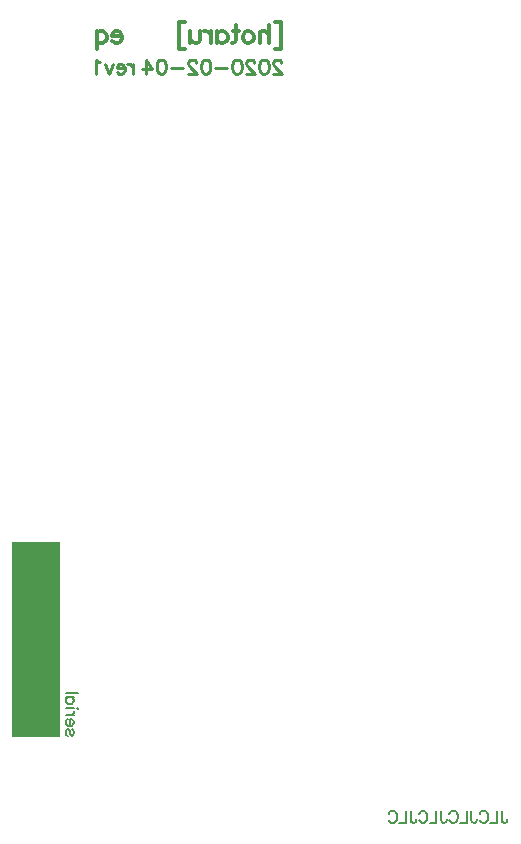
<source format=gbo>
%FSLAX46Y46*%
%MOMM*%
%ADD10C,0.200000*%
%ADD11C,0.250000*%
%ADD12C,0.300000*%
G01*
%LPD*%
G36*
X-27000000Y13500000D02*
X-27000000Y30000000D01*
X-23000000Y30000000D01*
X-23000000Y13500000D01*
X-27000000Y13500000D01*
D02*
G37*
G01*
%LPD*%
D10*
X14428571Y6511905D02*
X14428571Y7273809D01*
D10*
X14476190Y6369047D02*
X14428571Y6511905D01*
D10*
X14523810Y6321428D02*
X14476190Y6369047D01*
D10*
X14619048Y6273809D02*
X14523810Y6321428D01*
D10*
X14714286Y6273809D02*
X14619048Y6273809D01*
D10*
X14809524Y6321428D02*
X14714286Y6273809D01*
D10*
X14857143Y6369047D02*
X14809524Y6321428D01*
D10*
X14904762Y6511905D02*
X14857143Y6369047D01*
D10*
X14904762Y6607143D02*
X14904762Y6511905D01*
D10*
X14047619Y6273809D02*
X14047619Y7273809D01*
D10*
X13476190Y6273809D02*
X14047619Y6273809D01*
D10*
X12619048Y7130952D02*
X12571428Y7035714D01*
D10*
X12714286Y7226190D02*
X12619048Y7130952D01*
D10*
X12809524Y7273809D02*
X12714286Y7226190D01*
D10*
X13000000Y7273809D02*
X12809524Y7273809D01*
D10*
X13095238Y7226190D02*
X13000000Y7273809D01*
D10*
X13190476Y7130952D02*
X13095238Y7226190D01*
D10*
X13238095Y7035714D02*
X13190476Y7130952D01*
D10*
X13285714Y6892857D02*
X13238095Y7035714D01*
D10*
X13285714Y6654762D02*
X13285714Y6892857D01*
D10*
X13238095Y6511905D02*
X13285714Y6654762D01*
D10*
X13190476Y6416666D02*
X13238095Y6511905D01*
D10*
X13095238Y6321428D02*
X13190476Y6416666D01*
D10*
X13000000Y6273809D02*
X13095238Y6321428D01*
D10*
X12809524Y6273809D02*
X13000000Y6273809D01*
D10*
X12714286Y6321428D02*
X12809524Y6273809D01*
D10*
X12619048Y6416666D02*
X12714286Y6321428D01*
D10*
X12571428Y6511905D02*
X12619048Y6416666D01*
D10*
X11857143Y6511905D02*
X11857143Y7273809D01*
D10*
X11904762Y6369047D02*
X11857143Y6511905D01*
D10*
X11952381Y6321428D02*
X11904762Y6369047D01*
D10*
X12047619Y6273809D02*
X11952381Y6321428D01*
D10*
X12142857Y6273809D02*
X12047619Y6273809D01*
D10*
X12238095Y6321428D02*
X12142857Y6273809D01*
D10*
X12285714Y6369047D02*
X12238095Y6321428D01*
D10*
X12333334Y6511905D02*
X12285714Y6369047D01*
D10*
X12333334Y6607143D02*
X12333334Y6511905D01*
D10*
X11476190Y6273809D02*
X11476190Y7273809D01*
D10*
X10904762Y6273809D02*
X11476190Y6273809D01*
D10*
X10047619Y7130952D02*
X10000000Y7035714D01*
D10*
X10142857Y7226190D02*
X10047619Y7130952D01*
D10*
X10238096Y7273809D02*
X10142857Y7226190D01*
D10*
X10428572Y7273809D02*
X10238096Y7273809D01*
D10*
X10523810Y7226190D02*
X10428572Y7273809D01*
D10*
X10619048Y7130952D02*
X10523810Y7226190D01*
D10*
X10666666Y7035714D02*
X10619048Y7130952D01*
D10*
X10714286Y6892857D02*
X10666666Y7035714D01*
D10*
X10714286Y6654762D02*
X10714286Y6892857D01*
D10*
X10666666Y6511905D02*
X10714286Y6654762D01*
D10*
X10619048Y6416666D02*
X10666666Y6511905D01*
D10*
X10523810Y6321428D02*
X10619048Y6416666D01*
D10*
X10428572Y6273809D02*
X10523810Y6321428D01*
D10*
X10238096Y6273809D02*
X10428572Y6273809D01*
D10*
X10142857Y6321428D02*
X10238096Y6273809D01*
D10*
X10047619Y6416666D02*
X10142857Y6321428D01*
D10*
X10000000Y6511905D02*
X10047619Y6416666D01*
D10*
X9285714Y6511905D02*
X9285714Y7273809D01*
D10*
X9333334Y6369047D02*
X9285714Y6511905D01*
D10*
X9380952Y6321428D02*
X9333334Y6369047D01*
D10*
X9476190Y6273809D02*
X9380952Y6321428D01*
D10*
X9571428Y6273809D02*
X9476190Y6273809D01*
D10*
X9666667Y6321428D02*
X9571428Y6273809D01*
D10*
X9714286Y6369047D02*
X9666667Y6321428D01*
D10*
X9761905Y6511905D02*
X9714286Y6369047D01*
D10*
X9761905Y6607143D02*
X9761905Y6511905D01*
D10*
X8904762Y6273809D02*
X8904762Y7273809D01*
D10*
X8333333Y6273809D02*
X8904762Y6273809D01*
D10*
X7476190Y7130952D02*
X7428571Y7035714D01*
D10*
X7571428Y7226190D02*
X7476190Y7130952D01*
D10*
X7666667Y7273809D02*
X7571428Y7226190D01*
D10*
X7857143Y7273809D02*
X7666667Y7273809D01*
D10*
X7952381Y7226190D02*
X7857143Y7273809D01*
D10*
X8047619Y7130952D02*
X7952381Y7226190D01*
D10*
X8095238Y7035714D02*
X8047619Y7130952D01*
D10*
X8142857Y6892857D02*
X8095238Y7035714D01*
D10*
X8142857Y6654762D02*
X8142857Y6892857D01*
D10*
X8095238Y6511905D02*
X8142857Y6654762D01*
D10*
X8047619Y6416666D02*
X8095238Y6511905D01*
D10*
X7952381Y6321428D02*
X8047619Y6416666D01*
D10*
X7857143Y6273809D02*
X7952381Y6321428D01*
D10*
X7666667Y6273809D02*
X7857143Y6273809D01*
D10*
X7571428Y6321428D02*
X7666667Y6273809D01*
D10*
X7476190Y6416666D02*
X7571428Y6321428D01*
D10*
X7428571Y6511905D02*
X7476190Y6416666D01*
D10*
X6714286Y6511905D02*
X6714286Y7273809D01*
D10*
X6761905Y6369047D02*
X6714286Y6511905D01*
D10*
X6809524Y6321428D02*
X6761905Y6369047D01*
D10*
X6904762Y6273809D02*
X6809524Y6321428D01*
D10*
X7000000Y6273809D02*
X6904762Y6273809D01*
D10*
X7095238Y6321428D02*
X7000000Y6273809D01*
D10*
X7142857Y6369047D02*
X7095238Y6321428D01*
D10*
X7190476Y6511905D02*
X7142857Y6369047D01*
D10*
X7190476Y6607143D02*
X7190476Y6511905D01*
D10*
X6333333Y6273809D02*
X6333333Y7273809D01*
D10*
X5761905Y6273809D02*
X6333333Y6273809D01*
D10*
X4904762Y7130952D02*
X4857143Y7035714D01*
D10*
X5000000Y7226190D02*
X4904762Y7130952D01*
D10*
X5095238Y7273809D02*
X5000000Y7226190D01*
D10*
X5285714Y7273809D02*
X5095238Y7273809D01*
D10*
X5380953Y7226190D02*
X5285714Y7273809D01*
D10*
X5476191Y7130952D02*
X5380953Y7226190D01*
D10*
X5523810Y7035714D02*
X5476191Y7130952D01*
D10*
X5571429Y6892857D02*
X5523810Y7035714D01*
D10*
X5571429Y6654762D02*
X5571429Y6892857D01*
D10*
X5523810Y6511905D02*
X5571429Y6654762D01*
D10*
X5476191Y6416666D02*
X5523810Y6511905D01*
D10*
X5380953Y6321428D02*
X5476191Y6416666D01*
D10*
X5285714Y6273809D02*
X5380953Y6321428D01*
D10*
X5095238Y6273809D02*
X5285714Y6273809D01*
D10*
X5000000Y6321428D02*
X5095238Y6273809D01*
D10*
X4904762Y6416666D02*
X5000000Y6321428D01*
D10*
X4857143Y6511905D02*
X4904762Y6416666D01*
D11*
X-4228571Y70650000D02*
X-4228571Y70592856D01*
D11*
X-4285714Y70764288D02*
X-4228571Y70650000D01*
D11*
X-4342857Y70821432D02*
X-4285714Y70764288D01*
D11*
X-4457143Y70878568D02*
X-4342857Y70821432D01*
D11*
X-4685714Y70878568D02*
X-4457143Y70878568D01*
D11*
X-4800000Y70821432D02*
X-4685714Y70878568D01*
D11*
X-4857143Y70764288D02*
X-4800000Y70821432D01*
D11*
X-4914285Y70650000D02*
X-4857143Y70764288D01*
D11*
X-4914285Y70535712D02*
X-4914285Y70650000D01*
D11*
X-4857143Y70421432D02*
X-4914285Y70535712D01*
D11*
X-4742857Y70250000D02*
X-4857143Y70421432D01*
D11*
X-4171428Y69678568D02*
X-4742857Y70250000D01*
D11*
X-4971428Y69678568D02*
X-4171428Y69678568D01*
D11*
X-5485714Y70821432D02*
X-5657143Y70878568D01*
D11*
X-5371428Y70650000D02*
X-5485714Y70821432D01*
D11*
X-5314285Y70364288D02*
X-5371428Y70650000D01*
D11*
X-5314285Y70192856D02*
X-5314285Y70364288D01*
D11*
X-5371428Y69907144D02*
X-5314285Y70192856D01*
D11*
X-5485714Y69735712D02*
X-5371428Y69907144D01*
D11*
X-5657143Y69678568D02*
X-5485714Y69735712D01*
D11*
X-5771428Y69678568D02*
X-5657143Y69678568D01*
D11*
X-5942857Y69735712D02*
X-5771428Y69678568D01*
D11*
X-6057143Y69907144D02*
X-5942857Y69735712D01*
D11*
X-6114286Y70192856D02*
X-6057143Y69907144D01*
D11*
X-6114286Y70364288D02*
X-6114286Y70192856D01*
D11*
X-6057143Y70650000D02*
X-6114286Y70364288D01*
D11*
X-5942857Y70821432D02*
X-6057143Y70650000D01*
D11*
X-5771428Y70878568D02*
X-5942857Y70821432D01*
D11*
X-5657143Y70878568D02*
X-5771428Y70878568D01*
D11*
X-6514286Y70650000D02*
X-6514286Y70592856D01*
D11*
X-6571428Y70764288D02*
X-6514286Y70650000D01*
D11*
X-6628571Y70821432D02*
X-6571428Y70764288D01*
D11*
X-6742857Y70878568D02*
X-6628571Y70821432D01*
D11*
X-6971428Y70878568D02*
X-6742857Y70878568D01*
D11*
X-7085714Y70821432D02*
X-6971428Y70878568D01*
D11*
X-7142857Y70764288D02*
X-7085714Y70821432D01*
D11*
X-7200000Y70650000D02*
X-7142857Y70764288D01*
D11*
X-7200000Y70535712D02*
X-7200000Y70650000D01*
D11*
X-7142857Y70421432D02*
X-7200000Y70535712D01*
D11*
X-7028571Y70250000D02*
X-7142857Y70421432D01*
D11*
X-6457143Y69678568D02*
X-7028571Y70250000D01*
D11*
X-7257143Y69678568D02*
X-6457143Y69678568D01*
D11*
X-7771428Y70821432D02*
X-7942857Y70878568D01*
D11*
X-7657143Y70650000D02*
X-7771428Y70821432D01*
D11*
X-7600000Y70364288D02*
X-7657143Y70650000D01*
D11*
X-7600000Y70192856D02*
X-7600000Y70364288D01*
D11*
X-7657143Y69907144D02*
X-7600000Y70192856D01*
D11*
X-7771428Y69735712D02*
X-7657143Y69907144D01*
D11*
X-7942857Y69678568D02*
X-7771428Y69735712D01*
D11*
X-8057143Y69678568D02*
X-7942857Y69678568D01*
D11*
X-8228571Y69735712D02*
X-8057143Y69678568D01*
D11*
X-8342857Y69907144D02*
X-8228571Y69735712D01*
D11*
X-8400000Y70192856D02*
X-8342857Y69907144D01*
D11*
X-8400000Y70364288D02*
X-8400000Y70192856D01*
D11*
X-8342857Y70650000D02*
X-8400000Y70364288D01*
D11*
X-8228571Y70821432D02*
X-8342857Y70650000D01*
D11*
X-8057143Y70878568D02*
X-8228571Y70821432D01*
D11*
X-7942857Y70878568D02*
X-8057143Y70878568D01*
D11*
X-9828572Y70192856D02*
X-8800000Y70192856D01*
D11*
X-10400000Y70821432D02*
X-10571428Y70878568D01*
D11*
X-10285714Y70650000D02*
X-10400000Y70821432D01*
D11*
X-10228571Y70364288D02*
X-10285714Y70650000D01*
D11*
X-10228571Y70192856D02*
X-10228571Y70364288D01*
D11*
X-10285714Y69907144D02*
X-10228571Y70192856D01*
D11*
X-10400000Y69735712D02*
X-10285714Y69907144D01*
D11*
X-10571428Y69678568D02*
X-10400000Y69735712D01*
D11*
X-10685714Y69678568D02*
X-10571428Y69678568D01*
D11*
X-10857142Y69735712D02*
X-10685714Y69678568D01*
D11*
X-10971428Y69907144D02*
X-10857142Y69735712D01*
D11*
X-11028571Y70192856D02*
X-10971428Y69907144D01*
D11*
X-11028571Y70364288D02*
X-11028571Y70192856D01*
D11*
X-10971428Y70650000D02*
X-11028571Y70364288D01*
D11*
X-10857142Y70821432D02*
X-10971428Y70650000D01*
D11*
X-10685714Y70878568D02*
X-10857142Y70821432D01*
D11*
X-10571428Y70878568D02*
X-10685714Y70878568D01*
D11*
X-11428571Y70650000D02*
X-11428571Y70592856D01*
D11*
X-11485714Y70764288D02*
X-11428571Y70650000D01*
D11*
X-11542857Y70821432D02*
X-11485714Y70764288D01*
D11*
X-11657142Y70878568D02*
X-11542857Y70821432D01*
D11*
X-11885714Y70878568D02*
X-11657142Y70878568D01*
D11*
X-12000000Y70821432D02*
X-11885714Y70878568D01*
D11*
X-12057142Y70764288D02*
X-12000000Y70821432D01*
D11*
X-12114286Y70650000D02*
X-12057142Y70764288D01*
D11*
X-12114286Y70535712D02*
X-12114286Y70650000D01*
D11*
X-12057142Y70421432D02*
X-12114286Y70535712D01*
D11*
X-11942857Y70250000D02*
X-12057142Y70421432D01*
D11*
X-11371428Y69678568D02*
X-11942857Y70250000D01*
D11*
X-12171428Y69678568D02*
X-11371428Y69678568D01*
D11*
X-13600000Y70192856D02*
X-12571428Y70192856D01*
D11*
X-14171428Y70821432D02*
X-14342857Y70878568D01*
D11*
X-14057143Y70650000D02*
X-14171428Y70821432D01*
D11*
X-14000000Y70364288D02*
X-14057143Y70650000D01*
D11*
X-14000000Y70192856D02*
X-14000000Y70364288D01*
D11*
X-14057143Y69907144D02*
X-14000000Y70192856D01*
D11*
X-14171428Y69735712D02*
X-14057143Y69907144D01*
D11*
X-14342857Y69678568D02*
X-14171428Y69735712D01*
D11*
X-14457143Y69678568D02*
X-14342857Y69678568D01*
D11*
X-14628571Y69735712D02*
X-14457143Y69678568D01*
D11*
X-14742857Y69907144D02*
X-14628571Y69735712D01*
D11*
X-14800000Y70192856D02*
X-14742857Y69907144D01*
D11*
X-14800000Y70364288D02*
X-14800000Y70192856D01*
D11*
X-14742857Y70650000D02*
X-14800000Y70364288D01*
D11*
X-14628571Y70821432D02*
X-14742857Y70650000D01*
D11*
X-14457143Y70878568D02*
X-14628571Y70821432D01*
D11*
X-14342857Y70878568D02*
X-14457143Y70878568D01*
D11*
X-15142857Y70078568D02*
X-15714285Y70878568D01*
D11*
X-16000000Y70078568D02*
X-15142857Y70078568D01*
D11*
X-15714285Y69678568D02*
X-15714285Y70878568D01*
D11*
X-16800000Y69678568D02*
X-16800000Y70478568D01*
D11*
X-16857142Y70307144D02*
X-16800000Y70135712D01*
D11*
X-16971428Y70421432D02*
X-16857142Y70307144D01*
D11*
X-17085714Y70478568D02*
X-16971428Y70421432D01*
D11*
X-17257142Y70478568D02*
X-17085714Y70478568D01*
D11*
X-18171428Y70135712D02*
X-17485714Y70135712D01*
D11*
X-18171428Y70250000D02*
X-18171428Y70135712D01*
D11*
X-18114284Y70364288D02*
X-18171428Y70250000D01*
D11*
X-18057142Y70421432D02*
X-18114284Y70364288D01*
D11*
X-17942856Y70478568D02*
X-18057142Y70421432D01*
D11*
X-17771428Y70478568D02*
X-17942856Y70478568D01*
D11*
X-17657142Y70421432D02*
X-17771428Y70478568D01*
D11*
X-17542856Y70307144D02*
X-17657142Y70421432D01*
D11*
X-17485714Y70135712D02*
X-17542856Y70307144D01*
D11*
X-17485714Y70021432D02*
X-17485714Y70135712D01*
D11*
X-17542856Y69850000D02*
X-17485714Y70021432D01*
D11*
X-17657142Y69735712D02*
X-17542856Y69850000D01*
D11*
X-17771428Y69678568D02*
X-17657142Y69735712D01*
D11*
X-17942856Y69678568D02*
X-17771428Y69678568D01*
D11*
X-18057142Y69735712D02*
X-17942856Y69678568D01*
D11*
X-18171428Y69850000D02*
X-18057142Y69735712D01*
D11*
X-18800000Y69678568D02*
X-18457142Y70478568D01*
D11*
X-18800000Y69678568D02*
X-19142856Y70478568D01*
D11*
X-19714284Y70707144D02*
X-19600000Y70650000D01*
D11*
X-19885714Y70878568D02*
X-19714284Y70707144D01*
D11*
X-19885714Y69678568D02*
X-19885714Y70878568D01*
D12*
X-4285714Y71785712D02*
X-4285714Y74071432D01*
D12*
X-4785714Y74071432D02*
X-4285714Y74071432D01*
D12*
X-4785714Y71785712D02*
X-4285714Y71785712D01*
D12*
X-5285714Y72285712D02*
X-5285714Y73785712D01*
D12*
X-5500000Y73214288D02*
X-5285714Y73000000D01*
D12*
X-5642857Y73285712D02*
X-5500000Y73214288D01*
D12*
X-5857143Y73285712D02*
X-5642857Y73285712D01*
D12*
X-6000000Y73214288D02*
X-5857143Y73285712D01*
D12*
X-6071428Y73000000D02*
X-6000000Y73214288D01*
D12*
X-6071428Y72285712D02*
X-6071428Y73000000D01*
D12*
X-6785714Y73214288D02*
X-6928571Y73285712D01*
D12*
X-6642857Y73071432D02*
X-6785714Y73214288D01*
D12*
X-6571428Y72857144D02*
X-6642857Y73071432D01*
D12*
X-6571428Y72714288D02*
X-6571428Y72857144D01*
D12*
X-6642857Y72500000D02*
X-6571428Y72714288D01*
D12*
X-6785714Y72357144D02*
X-6642857Y72500000D01*
D12*
X-6928571Y72285712D02*
X-6785714Y72357144D01*
D12*
X-7142857Y72285712D02*
X-6928571Y72285712D01*
D12*
X-7285714Y72357144D02*
X-7142857Y72285712D01*
D12*
X-7428571Y72500000D02*
X-7285714Y72357144D01*
D12*
X-7500000Y72714288D02*
X-7428571Y72500000D01*
D12*
X-7500000Y72857144D02*
X-7500000Y72714288D01*
D12*
X-7428571Y73071432D02*
X-7500000Y72857144D01*
D12*
X-7285714Y73214288D02*
X-7428571Y73071432D01*
D12*
X-7142857Y73285712D02*
X-7285714Y73214288D01*
D12*
X-6928571Y73285712D02*
X-7142857Y73285712D01*
D12*
X-8071428Y72571432D02*
X-8071428Y73785712D01*
D12*
X-8142857Y72357144D02*
X-8071428Y72571432D01*
D12*
X-8285714Y72285712D02*
X-8142857Y72357144D01*
D12*
X-8428572Y72285712D02*
X-8285714Y72285712D01*
D12*
X-8357143Y73285712D02*
X-7857143Y73285712D01*
D12*
X-9642857Y72285712D02*
X-9642857Y73285712D01*
D12*
X-9500000Y73214288D02*
X-9642857Y73071432D01*
D12*
X-9357143Y73285712D02*
X-9500000Y73214288D01*
D12*
X-9142857Y73285712D02*
X-9357143Y73285712D01*
D12*
X-9000000Y73214288D02*
X-9142857Y73285712D01*
D12*
X-8857143Y73071432D02*
X-9000000Y73214288D01*
D12*
X-8785714Y72857144D02*
X-8857143Y73071432D01*
D12*
X-8785714Y72714288D02*
X-8785714Y72857144D01*
D12*
X-8857143Y72500000D02*
X-8785714Y72714288D01*
D12*
X-9000000Y72357144D02*
X-8857143Y72500000D01*
D12*
X-9142857Y72285712D02*
X-9000000Y72357144D01*
D12*
X-9357143Y72285712D02*
X-9142857Y72285712D01*
D12*
X-9500000Y72357144D02*
X-9357143Y72285712D01*
D12*
X-9642857Y72500000D02*
X-9500000Y72357144D01*
D12*
X-10214286Y72285712D02*
X-10214286Y73285712D01*
D12*
X-10285714Y73071432D02*
X-10214286Y72857144D01*
D12*
X-10428572Y73214288D02*
X-10285714Y73071432D01*
D12*
X-10571428Y73285712D02*
X-10428572Y73214288D01*
D12*
X-10785714Y73285712D02*
X-10571428Y73285712D01*
D12*
X-11142857Y72571432D02*
X-11142857Y73285712D01*
D12*
X-11214286Y72357144D02*
X-11142857Y72571432D01*
D12*
X-11357142Y72285712D02*
X-11214286Y72357144D01*
D12*
X-11571428Y72285712D02*
X-11357142Y72285712D01*
D12*
X-11714286Y72357144D02*
X-11571428Y72285712D01*
D12*
X-11928572Y72571432D02*
X-11714286Y72357144D01*
D12*
X-11928572Y72285712D02*
X-11928572Y73285712D01*
D12*
X-12928571Y71785712D02*
X-12928571Y74071432D01*
D12*
X-12928571Y74071432D02*
X-12428571Y74071432D01*
D12*
X-12928571Y71785712D02*
X-12428571Y71785712D01*
D10*
X-21857142Y14119048D02*
X-21952380Y14166667D01*
D10*
X-21809524Y13976190D02*
X-21857142Y14119048D01*
D10*
X-21809524Y13833333D02*
X-21809524Y13976190D01*
D10*
X-21857142Y13690476D02*
X-21809524Y13833333D01*
D10*
X-21952380Y13642857D02*
X-21857142Y13690476D01*
D10*
X-22047620Y13690476D02*
X-21952380Y13642857D01*
D10*
X-22095238Y13785714D02*
X-22047620Y13690476D01*
D10*
X-22142858Y14023810D02*
X-22095238Y13785714D01*
D10*
X-22190476Y14119048D02*
X-22142858Y14023810D01*
D10*
X-22285714Y14166667D02*
X-22190476Y14119048D01*
D10*
X-22333334Y14166667D02*
X-22285714Y14166667D01*
D10*
X-22428572Y14119048D02*
X-22333334Y14166667D01*
D10*
X-22476190Y13976190D02*
X-22428572Y14119048D01*
D10*
X-22476190Y13833333D02*
X-22476190Y13976190D01*
D10*
X-22428572Y13690476D02*
X-22476190Y13833333D01*
D10*
X-22333334Y13642857D02*
X-22428572Y13690476D01*
D10*
X-22095238Y15023810D02*
X-22095238Y14452381D01*
D10*
X-22000000Y15023810D02*
X-22095238Y15023810D01*
D10*
X-21904762Y14976190D02*
X-22000000Y15023810D01*
D10*
X-21857142Y14928571D02*
X-21904762Y14976190D01*
D10*
X-21809524Y14833333D02*
X-21857142Y14928571D01*
D10*
X-21809524Y14690476D02*
X-21809524Y14833333D01*
D10*
X-21857142Y14595238D02*
X-21809524Y14690476D01*
D10*
X-21952380Y14500000D02*
X-21857142Y14595238D01*
D10*
X-22095238Y14452381D02*
X-21952380Y14500000D01*
D10*
X-22190476Y14452381D02*
X-22095238Y14452381D01*
D10*
X-22333334Y14500000D02*
X-22190476Y14452381D01*
D10*
X-22428572Y14595238D02*
X-22333334Y14500000D01*
D10*
X-22476190Y14690476D02*
X-22428572Y14595238D01*
D10*
X-22476190Y14833333D02*
X-22476190Y14690476D01*
D10*
X-22428572Y14928571D02*
X-22476190Y14833333D01*
D10*
X-22333334Y15023810D02*
X-22428572Y14928571D01*
D10*
X-22476190Y15357143D02*
X-21809524Y15357143D01*
D10*
X-21952380Y15404762D02*
X-22095238Y15357143D01*
D10*
X-21857142Y15500000D02*
X-21952380Y15404762D01*
D10*
X-21809524Y15595238D02*
X-21857142Y15500000D01*
D10*
X-21809524Y15738095D02*
X-21809524Y15595238D01*
D10*
X-21523810Y15976190D02*
X-21476190Y15928572D01*
D10*
X-21476190Y16023810D02*
X-21523810Y15976190D01*
D10*
X-21428572Y15976190D02*
X-21476190Y16023810D01*
D10*
X-21476190Y15928572D02*
X-21428572Y15976190D01*
D10*
X-22476190Y15976190D02*
X-21809524Y15976190D01*
D10*
X-22476190Y16880952D02*
X-21809524Y16880952D01*
D10*
X-21857142Y16785714D02*
X-21952380Y16880952D01*
D10*
X-21809524Y16690476D02*
X-21857142Y16785714D01*
D10*
X-21809524Y16547619D02*
X-21809524Y16690476D01*
D10*
X-21857142Y16452381D02*
X-21809524Y16547619D01*
D10*
X-21952380Y16357143D02*
X-21857142Y16452381D01*
D10*
X-22095238Y16309524D02*
X-21952380Y16357143D01*
D10*
X-22190476Y16309524D02*
X-22095238Y16309524D01*
D10*
X-22333334Y16357143D02*
X-22190476Y16309524D01*
D10*
X-22428572Y16452381D02*
X-22333334Y16357143D01*
D10*
X-22476190Y16547619D02*
X-22428572Y16452381D01*
D10*
X-22476190Y16690476D02*
X-22476190Y16547619D01*
D10*
X-22428572Y16785714D02*
X-22476190Y16690476D01*
D10*
X-22333334Y16880952D02*
X-22428572Y16785714D01*
D10*
X-22476190Y17261904D02*
X-21476190Y17261904D01*
D12*
X-18571428Y72857144D02*
X-17714286Y72857144D01*
D12*
X-18571428Y73000000D02*
X-18571428Y72857144D01*
D12*
X-18500000Y73142856D02*
X-18571428Y73000000D01*
D12*
X-18428572Y73214288D02*
X-18500000Y73142856D01*
D12*
X-18285714Y73285712D02*
X-18428572Y73214288D01*
D12*
X-18071428Y73285712D02*
X-18285714Y73285712D01*
D12*
X-17928572Y73214288D02*
X-18071428Y73285712D01*
D12*
X-17785714Y73071432D02*
X-17928572Y73214288D01*
D12*
X-17714286Y72857144D02*
X-17785714Y73071432D01*
D12*
X-17714286Y72714288D02*
X-17714286Y72857144D01*
D12*
X-17785714Y72500000D02*
X-17714286Y72714288D01*
D12*
X-17928572Y72357144D02*
X-17785714Y72500000D01*
D12*
X-18071428Y72285712D02*
X-17928572Y72357144D01*
D12*
X-18285714Y72285712D02*
X-18071428Y72285712D01*
D12*
X-18428572Y72357144D02*
X-18285714Y72285712D01*
D12*
X-18571428Y72500000D02*
X-18428572Y72357144D01*
D12*
X-19857142Y71785712D02*
X-19857142Y73285712D01*
D12*
X-19714286Y73214288D02*
X-19857142Y73071432D01*
D12*
X-19571428Y73285712D02*
X-19714286Y73214288D01*
D12*
X-19357142Y73285712D02*
X-19571428Y73285712D01*
D12*
X-19214286Y73214288D02*
X-19357142Y73285712D01*
D12*
X-19071428Y73071432D02*
X-19214286Y73214288D01*
D12*
X-19000000Y72857144D02*
X-19071428Y73071432D01*
D12*
X-19000000Y72714288D02*
X-19000000Y72857144D01*
D12*
X-19071428Y72500000D02*
X-19000000Y72714288D01*
D12*
X-19214286Y72357144D02*
X-19071428Y72500000D01*
D12*
X-19357142Y72285712D02*
X-19214286Y72357144D01*
D12*
X-19571428Y72285712D02*
X-19357142Y72285712D01*
D12*
X-19714286Y72357144D02*
X-19571428Y72285712D01*
D12*
X-19857142Y72500000D02*
X-19714286Y72357144D01*
G75*
M02*

</source>
